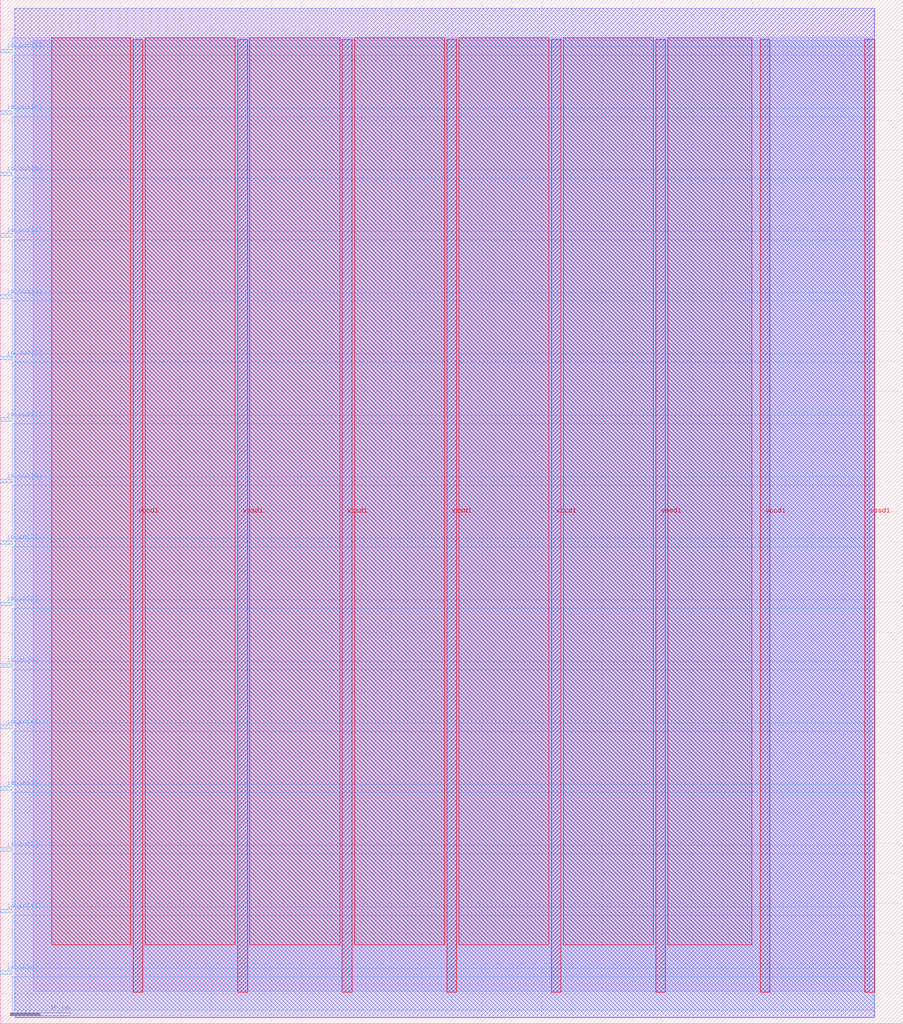
<source format=lef>
VERSION 5.7 ;
  NOWIREEXTENSIONATPIN ON ;
  DIVIDERCHAR "/" ;
  BUSBITCHARS "[]" ;
MACRO moonbase_pdp8
  CLASS BLOCK ;
  FOREIGN moonbase_pdp8 ;
  ORIGIN 0.000 0.000 ;
  SIZE 150.000 BY 170.000 ;
  PIN io_in[0]
    DIRECTION INPUT ;
    USE SIGNAL ;
    PORT
      LAYER met3 ;
        RECT 0.000 8.200 2.000 8.800 ;
    END
  END io_in[0]
  PIN io_in[1]
    DIRECTION INPUT ;
    USE SIGNAL ;
    PORT
      LAYER met3 ;
        RECT 0.000 18.400 2.000 19.000 ;
    END
  END io_in[1]
  PIN io_in[2]
    DIRECTION INPUT ;
    USE SIGNAL ;
    PORT
      LAYER met3 ;
        RECT 0.000 28.600 2.000 29.200 ;
    END
  END io_in[2]
  PIN io_in[3]
    DIRECTION INPUT ;
    USE SIGNAL ;
    PORT
      LAYER met3 ;
        RECT 0.000 38.800 2.000 39.400 ;
    END
  END io_in[3]
  PIN io_in[4]
    DIRECTION INPUT ;
    USE SIGNAL ;
    PORT
      LAYER met3 ;
        RECT 0.000 49.000 2.000 49.600 ;
    END
  END io_in[4]
  PIN io_in[5]
    DIRECTION INPUT ;
    USE SIGNAL ;
    PORT
      LAYER met3 ;
        RECT 0.000 59.200 2.000 59.800 ;
    END
  END io_in[5]
  PIN io_in[6]
    DIRECTION INPUT ;
    USE SIGNAL ;
    PORT
      LAYER met3 ;
        RECT 0.000 69.400 2.000 70.000 ;
    END
  END io_in[6]
  PIN io_in[7]
    DIRECTION INPUT ;
    USE SIGNAL ;
    PORT
      LAYER met3 ;
        RECT 0.000 79.600 2.000 80.200 ;
    END
  END io_in[7]
  PIN io_out[0]
    DIRECTION OUTPUT TRISTATE ;
    USE SIGNAL ;
    PORT
      LAYER met3 ;
        RECT 0.000 89.800 2.000 90.400 ;
    END
  END io_out[0]
  PIN io_out[1]
    DIRECTION OUTPUT TRISTATE ;
    USE SIGNAL ;
    PORT
      LAYER met3 ;
        RECT 0.000 100.000 2.000 100.600 ;
    END
  END io_out[1]
  PIN io_out[2]
    DIRECTION OUTPUT TRISTATE ;
    USE SIGNAL ;
    PORT
      LAYER met3 ;
        RECT 0.000 110.200 2.000 110.800 ;
    END
  END io_out[2]
  PIN io_out[3]
    DIRECTION OUTPUT TRISTATE ;
    USE SIGNAL ;
    PORT
      LAYER met3 ;
        RECT 0.000 120.400 2.000 121.000 ;
    END
  END io_out[3]
  PIN io_out[4]
    DIRECTION OUTPUT TRISTATE ;
    USE SIGNAL ;
    PORT
      LAYER met3 ;
        RECT 0.000 130.600 2.000 131.200 ;
    END
  END io_out[4]
  PIN io_out[5]
    DIRECTION OUTPUT TRISTATE ;
    USE SIGNAL ;
    PORT
      LAYER met3 ;
        RECT 0.000 140.800 2.000 141.400 ;
    END
  END io_out[5]
  PIN io_out[6]
    DIRECTION OUTPUT TRISTATE ;
    USE SIGNAL ;
    PORT
      LAYER met3 ;
        RECT 0.000 151.000 2.000 151.600 ;
    END
  END io_out[6]
  PIN io_out[7]
    DIRECTION OUTPUT TRISTATE ;
    USE SIGNAL ;
    PORT
      LAYER met3 ;
        RECT 0.000 161.200 2.000 161.800 ;
    END
  END io_out[7]
  PIN vccd1
    DIRECTION INOUT ;
    USE POWER ;
    PORT
      LAYER met4 ;
        RECT 22.085 5.200 23.685 163.440 ;
    END
    PORT
      LAYER met4 ;
        RECT 56.815 5.200 58.415 163.440 ;
    END
    PORT
      LAYER met4 ;
        RECT 91.545 5.200 93.145 163.440 ;
    END
    PORT
      LAYER met4 ;
        RECT 126.275 5.200 127.875 163.440 ;
    END
  END vccd1
  PIN vssd1
    DIRECTION INOUT ;
    USE GROUND ;
    PORT
      LAYER met4 ;
        RECT 39.450 5.200 41.050 163.440 ;
    END
    PORT
      LAYER met4 ;
        RECT 74.180 5.200 75.780 163.440 ;
    END
    PORT
      LAYER met4 ;
        RECT 108.910 5.200 110.510 163.440 ;
    END
    PORT
      LAYER met4 ;
        RECT 143.640 5.200 145.240 163.440 ;
    END
  END vssd1
  OBS
      LAYER li1 ;
        RECT 5.520 5.355 144.440 163.285 ;
      LAYER met1 ;
        RECT 2.370 1.060 145.240 168.600 ;
      LAYER met2 ;
        RECT 2.390 1.030 145.210 168.630 ;
      LAYER met3 ;
        RECT 2.000 162.200 145.230 163.705 ;
        RECT 2.400 160.800 145.230 162.200 ;
        RECT 2.000 152.000 145.230 160.800 ;
        RECT 2.400 150.600 145.230 152.000 ;
        RECT 2.000 141.800 145.230 150.600 ;
        RECT 2.400 140.400 145.230 141.800 ;
        RECT 2.000 131.600 145.230 140.400 ;
        RECT 2.400 130.200 145.230 131.600 ;
        RECT 2.000 121.400 145.230 130.200 ;
        RECT 2.400 120.000 145.230 121.400 ;
        RECT 2.000 111.200 145.230 120.000 ;
        RECT 2.400 109.800 145.230 111.200 ;
        RECT 2.000 101.000 145.230 109.800 ;
        RECT 2.400 99.600 145.230 101.000 ;
        RECT 2.000 90.800 145.230 99.600 ;
        RECT 2.400 89.400 145.230 90.800 ;
        RECT 2.000 80.600 145.230 89.400 ;
        RECT 2.400 79.200 145.230 80.600 ;
        RECT 2.000 70.400 145.230 79.200 ;
        RECT 2.400 69.000 145.230 70.400 ;
        RECT 2.000 60.200 145.230 69.000 ;
        RECT 2.400 58.800 145.230 60.200 ;
        RECT 2.000 50.000 145.230 58.800 ;
        RECT 2.400 48.600 145.230 50.000 ;
        RECT 2.000 39.800 145.230 48.600 ;
        RECT 2.400 38.400 145.230 39.800 ;
        RECT 2.000 29.600 145.230 38.400 ;
        RECT 2.400 28.200 145.230 29.600 ;
        RECT 2.000 19.400 145.230 28.200 ;
        RECT 2.400 18.000 145.230 19.400 ;
        RECT 2.000 9.200 145.230 18.000 ;
        RECT 2.400 7.800 145.230 9.200 ;
        RECT 2.000 2.215 145.230 7.800 ;
      LAYER met4 ;
        RECT 8.575 13.095 21.685 163.705 ;
        RECT 24.085 13.095 39.050 163.705 ;
        RECT 41.450 13.095 56.415 163.705 ;
        RECT 58.815 13.095 73.780 163.705 ;
        RECT 76.180 13.095 91.145 163.705 ;
        RECT 93.545 13.095 108.510 163.705 ;
        RECT 110.910 13.095 124.825 163.705 ;
  END
END moonbase_pdp8
END LIBRARY


</source>
